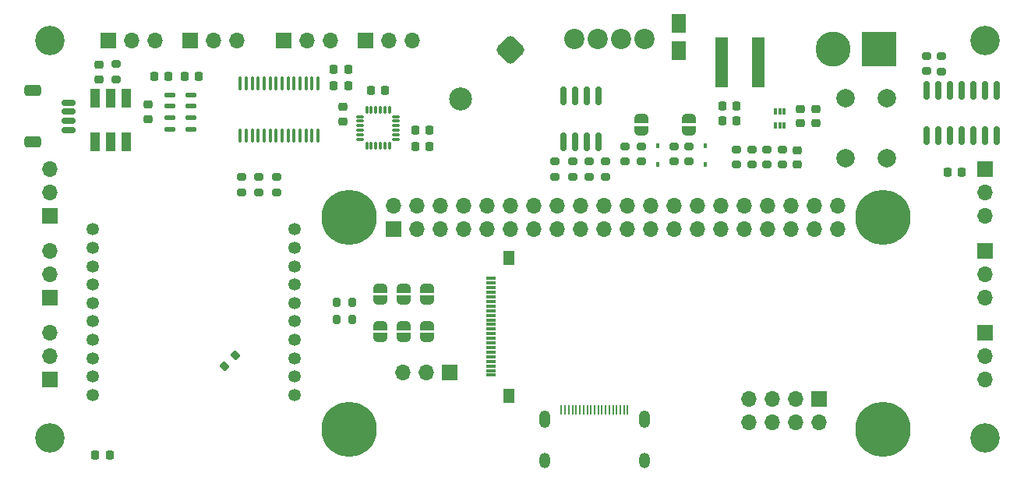
<source format=gbr>
%TF.GenerationSoftware,KiCad,Pcbnew,(6.0.10)*%
%TF.CreationDate,2023-01-30T21:59:23-05:00*%
%TF.ProjectId,motherboard_2022_2023,6d6f7468-6572-4626-9f61-72645f323032,2*%
%TF.SameCoordinates,Original*%
%TF.FileFunction,Soldermask,Top*%
%TF.FilePolarity,Negative*%
%FSLAX46Y46*%
G04 Gerber Fmt 4.6, Leading zero omitted, Abs format (unit mm)*
G04 Created by KiCad (PCBNEW (6.0.10)) date 2023-01-30 21:59:23*
%MOMM*%
%LPD*%
G01*
G04 APERTURE LIST*
G04 Aperture macros list*
%AMRoundRect*
0 Rectangle with rounded corners*
0 $1 Rounding radius*
0 $2 $3 $4 $5 $6 $7 $8 $9 X,Y pos of 4 corners*
0 Add a 4 corners polygon primitive as box body*
4,1,4,$2,$3,$4,$5,$6,$7,$8,$9,$2,$3,0*
0 Add four circle primitives for the rounded corners*
1,1,$1+$1,$2,$3*
1,1,$1+$1,$4,$5*
1,1,$1+$1,$6,$7*
1,1,$1+$1,$8,$9*
0 Add four rect primitives between the rounded corners*
20,1,$1+$1,$2,$3,$4,$5,0*
20,1,$1+$1,$4,$5,$6,$7,0*
20,1,$1+$1,$6,$7,$8,$9,0*
20,1,$1+$1,$8,$9,$2,$3,0*%
%AMFreePoly0*
4,1,6,1.000000,0.000000,0.500000,-0.750000,-0.500000,-0.750000,-0.500000,0.750000,0.500000,0.750000,1.000000,0.000000,1.000000,0.000000,$1*%
%AMFreePoly1*
4,1,22,0.500000,-0.750000,0.000000,-0.750000,0.000000,-0.745033,-0.079941,-0.743568,-0.215256,-0.701293,-0.333266,-0.622738,-0.424486,-0.514219,-0.481581,-0.384460,-0.499164,-0.250000,-0.500000,-0.250000,-0.500000,0.250000,-0.499164,0.250000,-0.499963,0.256109,-0.478152,0.396186,-0.417904,0.524511,-0.324060,0.630769,-0.204165,0.706417,-0.067858,0.745374,0.000000,0.744959,0.000000,0.750000,
0.500000,0.750000,0.500000,-0.750000,0.500000,-0.750000,$1*%
%AMFreePoly2*
4,1,20,0.000000,0.744959,0.073905,0.744508,0.209726,0.703889,0.328688,0.626782,0.421226,0.519385,0.479903,0.390333,0.500000,0.250000,0.500000,-0.250000,0.499851,-0.262216,0.476331,-0.402017,0.414519,-0.529596,0.319384,-0.634700,0.198574,-0.708877,0.061801,-0.746166,0.000000,-0.745033,0.000000,-0.750000,-0.500000,-0.750000,-0.500000,0.750000,0.000000,0.750000,0.000000,0.744959,
0.000000,0.744959,$1*%
G04 Aperture macros list end*
%ADD10R,1.700000X1.700000*%
%ADD11O,1.700000X1.700000*%
%ADD12RoundRect,0.218750X-0.256250X0.218750X-0.256250X-0.218750X0.256250X-0.218750X0.256250X0.218750X0*%
%ADD13R,0.340000X0.700000*%
%ADD14RoundRect,0.200000X-0.275000X0.200000X-0.275000X-0.200000X0.275000X-0.200000X0.275000X0.200000X0*%
%ADD15RoundRect,0.200000X0.275000X-0.200000X0.275000X0.200000X-0.275000X0.200000X-0.275000X-0.200000X0*%
%ADD16RoundRect,0.225000X-0.225000X-0.250000X0.225000X-0.250000X0.225000X0.250000X-0.225000X0.250000X0*%
%ADD17RoundRect,0.200000X-0.053033X0.335876X-0.335876X0.053033X0.053033X-0.335876X0.335876X-0.053033X0*%
%ADD18R,1.500000X1.500000*%
%ADD19FreePoly0,90.000000*%
%ADD20FreePoly0,270.000000*%
%ADD21RoundRect,0.100000X-0.100000X0.637500X-0.100000X-0.637500X0.100000X-0.637500X0.100000X0.637500X0*%
%ADD22R,1.100000X2.000000*%
%ADD23RoundRect,0.225000X-0.250000X0.225000X-0.250000X-0.225000X0.250000X-0.225000X0.250000X0.225000X0*%
%ADD24C,3.200000*%
%ADD25FreePoly1,90.000000*%
%ADD26FreePoly2,90.000000*%
%ADD27R,1.000000X0.300000*%
%ADD28R,1.300000X1.650000*%
%ADD29RoundRect,0.225000X0.250000X-0.225000X0.250000X0.225000X-0.250000X0.225000X-0.250000X-0.225000X0*%
%ADD30RoundRect,0.150000X-0.625000X0.150000X-0.625000X-0.150000X0.625000X-0.150000X0.625000X0.150000X0*%
%ADD31RoundRect,0.250000X-0.650000X0.350000X-0.650000X-0.350000X0.650000X-0.350000X0.650000X0.350000X0*%
%ADD32RoundRect,0.218750X-0.218750X-0.256250X0.218750X-0.256250X0.218750X0.256250X-0.218750X0.256250X0*%
%ADD33C,2.200000*%
%ADD34RoundRect,0.200000X0.200000X0.275000X-0.200000X0.275000X-0.200000X-0.275000X0.200000X-0.275000X0*%
%ADD35C,6.000000*%
%ADD36R,0.450000X0.600000*%
%ADD37C,2.500000*%
%ADD38RoundRect,0.625000X0.000000X0.883883X-0.883883X0.000000X0.000000X-0.883883X0.883883X0.000000X0*%
%ADD39RoundRect,0.225000X0.225000X0.250000X-0.225000X0.250000X-0.225000X-0.250000X0.225000X-0.250000X0*%
%ADD40RoundRect,0.125000X-0.475000X-0.125000X0.475000X-0.125000X0.475000X0.125000X-0.475000X0.125000X0*%
%ADD41FreePoly1,270.000000*%
%ADD42FreePoly2,270.000000*%
%ADD43RoundRect,0.075000X0.075000X-0.350000X0.075000X0.350000X-0.075000X0.350000X-0.075000X-0.350000X0*%
%ADD44RoundRect,0.075000X0.350000X0.075000X-0.350000X0.075000X-0.350000X-0.075000X0.350000X-0.075000X0*%
%ADD45R,0.230000X1.000000*%
%ADD46O,1.200000X1.900000*%
%ADD47O,1.200000X1.700000*%
%ADD48C,2.000000*%
%ADD49C,1.350000*%
%ADD50RoundRect,0.150000X0.150000X-0.825000X0.150000X0.825000X-0.150000X0.825000X-0.150000X-0.825000X0*%
%ADD51RoundRect,0.150000X-0.150000X0.825000X-0.150000X-0.825000X0.150000X-0.825000X0.150000X0.825000X0*%
%ADD52R,1.430000X5.500000*%
%ADD53R,3.800000X3.800000*%
%ADD54C,3.800000*%
G04 APERTURE END LIST*
D10*
%TO.C,J3*%
X190905562Y-118630695D03*
D11*
X190905562Y-121170695D03*
X188365562Y-118630695D03*
X188365562Y-121170695D03*
X185825562Y-118630695D03*
X185825562Y-121170695D03*
X183285562Y-118630695D03*
X183285562Y-121170695D03*
%TD*%
D12*
%TO.C,D5*%
X112649000Y-82270500D03*
X112649000Y-83845500D03*
%TD*%
D13*
%TO.C,U5*%
X187127562Y-87360695D03*
X186627562Y-87360695D03*
X186127562Y-87360695D03*
X186127562Y-88860695D03*
X186627562Y-88860695D03*
X187127562Y-88860695D03*
%TD*%
D14*
%TO.C,R20*%
X128143000Y-94472258D03*
X128143000Y-96122258D03*
%TD*%
D15*
%TO.C,R12*%
X169819500Y-92773000D03*
X169819500Y-91123000D03*
%TD*%
D16*
%TO.C,C9*%
X147053000Y-89408000D03*
X148603000Y-89408000D03*
%TD*%
D14*
%TO.C,R7*%
X162224062Y-92786695D03*
X162224062Y-94436695D03*
%TD*%
D17*
%TO.C,R13*%
X127456363Y-113843637D03*
X126289637Y-115010363D03*
%TD*%
D18*
%TO.C,JP9*%
X175641000Y-78048000D03*
X175641000Y-80448000D03*
D19*
X175641000Y-81248000D03*
D20*
X175641000Y-77248000D03*
%TD*%
D10*
%TO.C,S2*%
X208939638Y-93611700D03*
D11*
X208939638Y-96151700D03*
X208939638Y-98691700D03*
%TD*%
D21*
%TO.C,U3*%
X136456562Y-84272195D03*
X135806562Y-84272195D03*
X135156562Y-84272195D03*
X134506562Y-84272195D03*
X133856562Y-84272195D03*
X133206562Y-84272195D03*
X132556562Y-84272195D03*
X131906562Y-84272195D03*
X131256562Y-84272195D03*
X130606562Y-84272195D03*
X129956562Y-84272195D03*
X129306562Y-84272195D03*
X128656562Y-84272195D03*
X128006562Y-84272195D03*
X128006562Y-89997195D03*
X128656562Y-89997195D03*
X129306562Y-89997195D03*
X129956562Y-89997195D03*
X130606562Y-89997195D03*
X131256562Y-89997195D03*
X131906562Y-89997195D03*
X132556562Y-89997195D03*
X133206562Y-89997195D03*
X133856562Y-89997195D03*
X134506562Y-89997195D03*
X135156562Y-89997195D03*
X135806562Y-89997195D03*
X136456562Y-89997195D03*
%TD*%
D14*
%TO.C,R6*%
X185230562Y-91476695D03*
X185230562Y-93126695D03*
%TD*%
D22*
%TO.C,D4*%
X112244400Y-90665000D03*
X113944400Y-90665000D03*
X115644400Y-90665000D03*
X115644400Y-85865000D03*
X113944400Y-85865000D03*
X112244400Y-85865000D03*
%TD*%
D16*
%TO.C,C6*%
X142227000Y-85090000D03*
X143777000Y-85090000D03*
%TD*%
D23*
%TO.C,C2*%
X188839562Y-87056695D03*
X188839562Y-88606695D03*
%TD*%
D14*
%TO.C,R19*%
X130062500Y-94472258D03*
X130062500Y-96122258D03*
%TD*%
%TO.C,R21*%
X114554000Y-82193000D03*
X114554000Y-83843000D03*
%TD*%
D24*
%TO.C,H4*%
X208939600Y-122821695D03*
%TD*%
D25*
%TO.C,JP1*%
X176779938Y-89423000D03*
D26*
X176779938Y-88123000D03*
%TD*%
D27*
%TO.C,J13*%
X155263188Y-116000000D03*
X155263188Y-115500000D03*
X155263188Y-115000000D03*
X155263188Y-114500000D03*
X155263188Y-114000000D03*
X155263188Y-113500000D03*
X155263188Y-113000000D03*
X155263188Y-112500000D03*
X155263188Y-112000000D03*
X155263188Y-111500000D03*
X155263188Y-111000000D03*
X155263188Y-110500000D03*
X155263188Y-110000000D03*
X155263188Y-109500000D03*
X155263188Y-109000000D03*
X155263188Y-108500000D03*
X155263188Y-108000000D03*
X155263188Y-107500000D03*
X155263188Y-107000000D03*
X155263188Y-106500000D03*
X155263188Y-106000000D03*
X155263188Y-105500000D03*
D28*
X157163188Y-103225000D03*
X157163188Y-118275000D03*
%TD*%
D10*
%TO.C,S8*%
X107339600Y-107581700D03*
D11*
X107339600Y-105041700D03*
X107339600Y-102501700D03*
%TD*%
D29*
%TO.C,C3*%
X188532562Y-93089695D03*
X188532562Y-91539695D03*
%TD*%
D30*
%TO.C,J4*%
X109339600Y-86384000D03*
X109339600Y-87384000D03*
X109339600Y-88384000D03*
X109339600Y-89384000D03*
D31*
X105464600Y-90684000D03*
X105464600Y-85084000D03*
%TD*%
D14*
%TO.C,R18*%
X131953000Y-94472258D03*
X131953000Y-96122258D03*
%TD*%
D23*
%TO.C,C1*%
X190589562Y-87056695D03*
X190589562Y-88606695D03*
%TD*%
D15*
%TO.C,R10*%
X175128938Y-92773000D03*
X175128938Y-91123000D03*
%TD*%
D14*
%TO.C,R17*%
X204216000Y-81344000D03*
X204216000Y-82994000D03*
%TD*%
D16*
%TO.C,C10*%
X118657665Y-83566000D03*
X120207665Y-83566000D03*
%TD*%
D24*
%TO.C,H2*%
X208939638Y-79641700D03*
%TD*%
D14*
%TO.C,R8*%
X165907062Y-92786695D03*
X165907062Y-94436695D03*
%TD*%
D32*
%TO.C,D3*%
X112242500Y-124714000D03*
X113817500Y-124714000D03*
%TD*%
D10*
%TO.C,S7*%
X107339600Y-98691700D03*
D11*
X107339600Y-96151700D03*
X107339600Y-93611700D03*
%TD*%
D10*
%TO.C,S0*%
X208939638Y-111391700D03*
D11*
X208939638Y-113931700D03*
X208939638Y-116471700D03*
%TD*%
D25*
%TO.C,JP2*%
X171597500Y-89423000D03*
D26*
X171597500Y-88123000D03*
%TD*%
D15*
%TO.C,R3*%
X181928562Y-93126695D03*
X181928562Y-91476695D03*
%TD*%
D25*
%TO.C,JP8*%
X148336000Y-111902000D03*
D26*
X148336000Y-110602000D03*
%TD*%
D33*
%TO.C,J5*%
X171958000Y-79500000D03*
X169418000Y-79500000D03*
X166878000Y-79500000D03*
X164338000Y-79500000D03*
%TD*%
D34*
%TO.C,R2*%
X140144000Y-109982000D03*
X138494000Y-109982000D03*
%TD*%
D25*
%TO.C,JP5*%
X145796000Y-107838000D03*
D26*
X145796000Y-106538000D03*
%TD*%
D29*
%TO.C,C8*%
X139192000Y-88405000D03*
X139192000Y-86855000D03*
%TD*%
D15*
%TO.C,R14*%
X164129062Y-94436695D03*
X164129062Y-92786695D03*
%TD*%
D10*
%TO.C,S6*%
X113689600Y-79641700D03*
D11*
X116229600Y-79641700D03*
X118769600Y-79641700D03*
%TD*%
D14*
%TO.C,R4*%
X183579562Y-91476695D03*
X183579562Y-93126695D03*
%TD*%
D35*
%TO.C,J2*%
X197807562Y-98875695D03*
X139807562Y-98875695D03*
X139807562Y-121875695D03*
X197807562Y-121875695D03*
D10*
X144677562Y-100145695D03*
D11*
X144677562Y-97605695D03*
X147217562Y-100145695D03*
X147217562Y-97605695D03*
X149757562Y-100145695D03*
X149757562Y-97605695D03*
X152297562Y-100145695D03*
X152297562Y-97605695D03*
X154837562Y-100145695D03*
X154837562Y-97605695D03*
X157377562Y-100145695D03*
X157377562Y-97605695D03*
X159917562Y-100145695D03*
X159917562Y-97605695D03*
X162457562Y-100145695D03*
X162457562Y-97605695D03*
X164997562Y-100145695D03*
X164997562Y-97605695D03*
X167537562Y-100145695D03*
X167537562Y-97605695D03*
X170077562Y-100145695D03*
X170077562Y-97605695D03*
X172617562Y-100145695D03*
X172617562Y-97605695D03*
X175157562Y-100145695D03*
X175157562Y-97605695D03*
X177697562Y-100145695D03*
X177697562Y-97605695D03*
X180237562Y-100145695D03*
X180237562Y-97605695D03*
X182777562Y-100145695D03*
X182777562Y-97605695D03*
X185317562Y-100145695D03*
X185317562Y-97605695D03*
X187857562Y-100145695D03*
X187857562Y-97605695D03*
X190397562Y-100145695D03*
X190397562Y-97605695D03*
X192937562Y-100145695D03*
X192937562Y-97605695D03*
%TD*%
D36*
%TO.C,D2*%
X173350938Y-93137700D03*
X173350938Y-91037700D03*
%TD*%
D37*
%TO.C,BZ1*%
X151991923Y-86006077D03*
D38*
X157380077Y-80617923D03*
%TD*%
D10*
%TO.C,J6*%
X150749000Y-115697000D03*
D11*
X148209000Y-115697000D03*
X145669000Y-115697000D03*
%TD*%
D39*
%TO.C,C13*%
X139724562Y-82816695D03*
X138174562Y-82816695D03*
%TD*%
D14*
%TO.C,R9*%
X176779938Y-91123000D03*
X176779938Y-92773000D03*
%TD*%
D40*
%TO.C,U4*%
X120351465Y-85536400D03*
X120351465Y-86786400D03*
X120351465Y-88036400D03*
X120351465Y-89286400D03*
X122651465Y-89286400D03*
X122651465Y-88036400D03*
X122651465Y-86786400D03*
X122651465Y-85536400D03*
%TD*%
D41*
%TO.C,JP6*%
X145796000Y-110602000D03*
D42*
X145796000Y-111902000D03*
%TD*%
D34*
%TO.C,R1*%
X140144000Y-108077000D03*
X138494000Y-108077000D03*
%TD*%
D25*
%TO.C,JP3*%
X143256000Y-107838000D03*
D26*
X143256000Y-106538000D03*
%TD*%
D10*
%TO.C,S4*%
X132739600Y-79641700D03*
D11*
X135279600Y-79641700D03*
X137819600Y-79641700D03*
%TD*%
D43*
%TO.C,U7*%
X141752000Y-91104000D03*
X142252000Y-91104000D03*
X142752000Y-91104000D03*
X143252000Y-91104000D03*
X143752000Y-91104000D03*
X144252000Y-91104000D03*
D44*
X144952000Y-90404000D03*
X144952000Y-89904000D03*
X144952000Y-89404000D03*
X144952000Y-88904000D03*
X144952000Y-88404000D03*
X144952000Y-87904000D03*
D43*
X144252000Y-87204000D03*
X143752000Y-87204000D03*
X143252000Y-87204000D03*
X142752000Y-87204000D03*
X142252000Y-87204000D03*
X141752000Y-87204000D03*
D44*
X141052000Y-87904000D03*
X141052000Y-88404000D03*
X141052000Y-88904000D03*
X141052000Y-89404000D03*
X141052000Y-89904000D03*
X141052000Y-90404000D03*
%TD*%
D15*
%TO.C,R15*%
X167685062Y-94436695D03*
X167685062Y-92786695D03*
%TD*%
%TO.C,R5*%
X186881562Y-93126695D03*
X186881562Y-91476695D03*
%TD*%
D45*
%TO.C,J14*%
X170113188Y-119751726D03*
X169713188Y-119751726D03*
X169313188Y-119751726D03*
X168913188Y-119751726D03*
X168513188Y-119751726D03*
X168113188Y-119751726D03*
X167713188Y-119751726D03*
X167313188Y-119751726D03*
X166913188Y-119751726D03*
X166513188Y-119751726D03*
X166113188Y-119751726D03*
X165713188Y-119751726D03*
X165313188Y-119751726D03*
X164913188Y-119751726D03*
X164513188Y-119751726D03*
X164113188Y-119751726D03*
X163713188Y-119751726D03*
X163313188Y-119751726D03*
X162913188Y-119751726D03*
D46*
X171938188Y-120801726D03*
X161088188Y-120801726D03*
D47*
X171938188Y-125301726D03*
X161088188Y-125301726D03*
%TD*%
D36*
%TO.C,D1*%
X178557938Y-93137700D03*
X178557938Y-91037700D03*
%TD*%
D48*
%TO.C,SW1*%
X193735600Y-92416700D03*
X193735600Y-85916700D03*
X198235600Y-85916700D03*
X198235600Y-92416700D03*
%TD*%
D10*
%TO.C,S1*%
X208939638Y-102501700D03*
D11*
X208939638Y-105041700D03*
X208939638Y-107581700D03*
%TD*%
D39*
%TO.C,C11*%
X123528065Y-83566000D03*
X121978065Y-83566000D03*
%TD*%
%TO.C,C15*%
X206412600Y-93992700D03*
X204862600Y-93992700D03*
%TD*%
D10*
%TO.C,S5*%
X122579600Y-79641700D03*
D11*
X125119600Y-79641700D03*
X127659600Y-79641700D03*
%TD*%
D24*
%TO.C,H1*%
X107339600Y-79641700D03*
%TD*%
D10*
%TO.C,S9*%
X107339600Y-116471700D03*
D11*
X107339600Y-113931700D03*
X107339600Y-111391700D03*
%TD*%
D25*
%TO.C,JP7*%
X148336000Y-107838000D03*
D26*
X148336000Y-106538000D03*
%TD*%
D39*
%TO.C,C7*%
X148603000Y-91186000D03*
X147053000Y-91186000D03*
%TD*%
D49*
%TO.C,U1*%
X133960562Y-118159695D03*
X133960562Y-116159695D03*
X133960562Y-114159695D03*
X133960562Y-112159695D03*
X133960562Y-110159695D03*
X133960562Y-108159695D03*
X133960562Y-106159695D03*
X133960562Y-104159695D03*
X133960562Y-102159695D03*
X133960562Y-100159695D03*
X111960562Y-100159695D03*
X111960562Y-102159695D03*
X111960562Y-104159695D03*
X111960562Y-106159695D03*
X111960562Y-108159695D03*
X111960562Y-110159695D03*
X111960562Y-112159695D03*
X111960562Y-114159695D03*
X111960562Y-116159695D03*
X111960562Y-118159695D03*
%TD*%
D10*
%TO.C,S3*%
X141629600Y-79641700D03*
D11*
X144169600Y-79641700D03*
X146709600Y-79641700D03*
%TD*%
D14*
%TO.C,R11*%
X171597500Y-91123000D03*
X171597500Y-92773000D03*
%TD*%
D50*
%TO.C,Q1*%
X163113062Y-90625695D03*
X164383062Y-90625695D03*
X165653062Y-90625695D03*
X166923062Y-90625695D03*
X166923062Y-85675695D03*
X165653062Y-85675695D03*
X164383062Y-85675695D03*
X163113062Y-85675695D03*
%TD*%
D51*
%TO.C,U8*%
X210209600Y-85040700D03*
X208939600Y-85040700D03*
X207669600Y-85040700D03*
X206399600Y-85040700D03*
X205129600Y-85040700D03*
X203859600Y-85040700D03*
X202589600Y-85040700D03*
X202589600Y-89990700D03*
X203859600Y-89990700D03*
X205129600Y-89990700D03*
X206399600Y-89990700D03*
X207669600Y-89990700D03*
X208939600Y-89990700D03*
X210209600Y-89990700D03*
%TD*%
D16*
%TO.C,C4*%
X180378562Y-88364695D03*
X181928562Y-88364695D03*
%TD*%
D39*
%TO.C,C14*%
X139737562Y-84594695D03*
X138187562Y-84594695D03*
%TD*%
D24*
%TO.C,H3*%
X107339600Y-122821695D03*
%TD*%
D15*
%TO.C,R16*%
X202565000Y-82981700D03*
X202565000Y-81331700D03*
%TD*%
D23*
%TO.C,C12*%
X117983000Y-86601000D03*
X117983000Y-88151000D03*
%TD*%
D41*
%TO.C,JP4*%
X143256000Y-110602000D03*
D42*
X143256000Y-111902000D03*
%TD*%
D52*
%TO.C,L1*%
X184329562Y-82014695D03*
X180289562Y-82014695D03*
%TD*%
D53*
%TO.C,J1*%
X197400000Y-80600000D03*
D54*
X192400000Y-80600000D03*
%TD*%
D16*
%TO.C,C5*%
X180391562Y-86713695D03*
X181941562Y-86713695D03*
%TD*%
M02*

</source>
